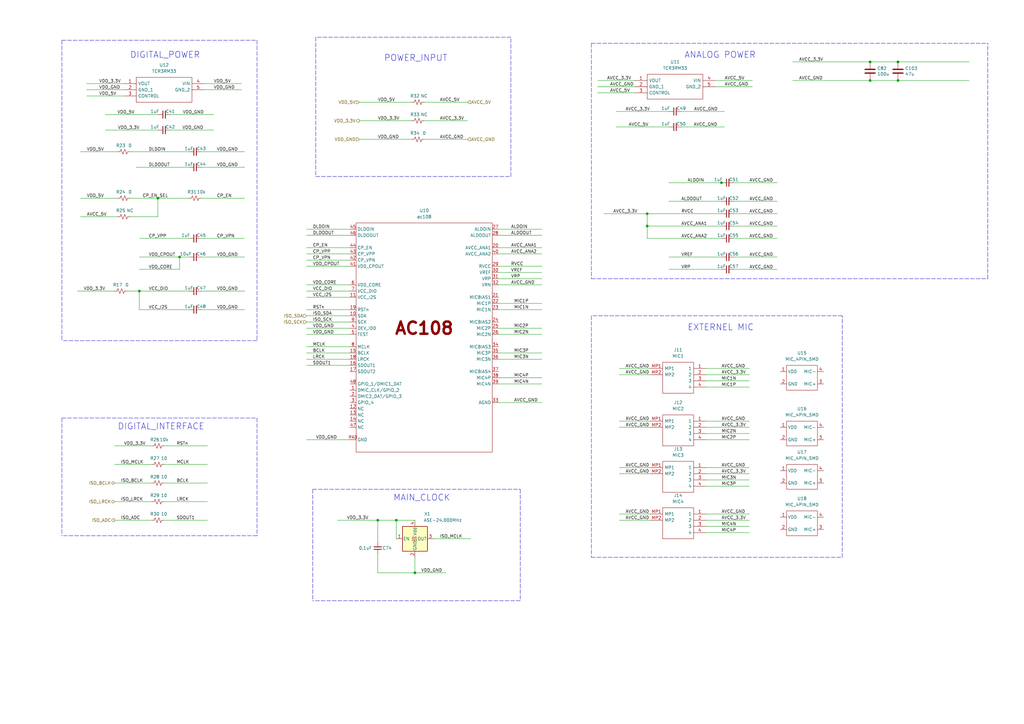
<source format=kicad_sch>
(kicad_sch (version 20211123) (generator eeschema)
  (paper "A3")
  (lib_symbols
    (symbol "CM4IO:GROVE_4PIN" (pin_names (offset 0.762))
      (property "Reference" "J" (at 5.08 5.08 0))
      (property "Value" "GROVE_4PIN" (at 7.62 5.08 0))
      (symbol "GROVE_4PIN_0_0"
        (pin passive line (at 22.86 0 180) (length 5.08) (name "1") (number "1"))
        (pin passive line (at 22.86 -2.54 180) (length 5.08) (name "2") (number "2"))
        (pin passive line (at 22.86 -5.08 180) (length 5.08) (name "3") (number "3"))
        (pin passive line (at 22.86 -7.62 180) (length 5.08) (name "4") (number "4"))
        (pin passive line (at 0 0 0) (length 5.08) (name "MP1") (number "MP1"))
        (pin passive line (at 0 -2.54 0) (length 5.08) (name "MP2") (number "MP2"))
      )
      (symbol "GROVE_4PIN_0_1"
        (polyline (pts (xy 5.08 2.54) (xy 17.78 2.54) (xy 17.78 -10.16) (xy 5.08 -10.16) (xy 5.08 2.54)) (stroke (width 0.1524)))
      )
    )
    (symbol "CM4IO:MIC_4PIN_SMD"
      (property "Reference" "U" (at 0 2.54 0))
      (property "Value" "MIC_4PIN_SMD" (at 5.08 5.08 0))
      (symbol "MIC_4PIN_SMD_0_1"
        (rectangle (start 0 0) (end 12.7 -10.16))
      )
      (symbol "MIC_4PIN_SMD_1_1"
        (pin input line (at -2.54 -2.54 0) (length 2.54) (name "VDD") (number "1"))
        (pin input line (at -2.54 -7.62 0) (length 2.54) (name "GND") (number "2"))
        (pin input line (at 15.24 -7.62 180) (length 2.54) (name "MIC+") (number "3"))
        (pin input line (at 15.24 -2.54 180) (length 2.54) (name "MIC-") (number "4"))
      )
    )
    (symbol "CM4IO:TCR3RM33" (pin_names (offset 0.762))
      (property "Reference" "U" (at 25.4 5.08 0))
      (property "Value" "TCR3RM33" (at 5.08 5.08 0))
      (symbol "TCR3RM33_0_0"
        (pin passive line (at 0 0 0) (length 5.08) (name "VOUT") (number "1"))
        (pin passive line (at 0 -2.54 0) (length 5.08) (name "GND_1") (number "2"))
        (pin passive line (at 0 -5.08 0) (length 5.08) (name "CONTROL") (number "3"))
        (pin passive line (at 33.02 0 180) (length 5.08) (name "VIN") (number "4"))
        (pin passive line (at 33.02 -2.54 180) (length 5.08) (name "GND_2") (number "5"))
      )
      (symbol "TCR3RM33_0_1"
        (polyline (pts (xy 5.08 2.54) (xy 27.94 2.54) (xy 27.94 -7.62) (xy 5.08 -7.62) (xy 5.08 2.54)) (stroke (width 0.1524)))
      )
    )
    (symbol "CM4IO:ac108"
      (property "Reference" "U" (at 12.7 0 0))
      (property "Value" "ac108" (at 20.32 0 0))
      (symbol "ac108_0_0"
        (text "AC108" (at 40.64 -45.72 0) (effects (font (size 5 5) bold)))
      )
      (symbol "ac108_0_1"
        (rectangle (start 12.7 -2.54) (end 68.58 -96.52))
      )
      (symbol "ac108_1_1"
        (pin input line (at 10.16 -71.12 0) (length 2.54) (name "DMIC_CLK/GPIO_2") (number "1"))
        (pin input line (at 10.16 -40.64 0) (length 2.54) (name "SDA") (number "10"))
        (pin input line (at 10.16 -33.02 0) (length 2.54) (name "VCC_I2S") (number "11"))
        (pin input line (at 10.16 -78.74 0) (length 2.54) (name "NC") (number "12"))
        (pin input line (at 10.16 -81.28 0) (length 2.54) (name "NC") (number "13"))
        (pin input line (at 10.16 -83.82 0) (length 2.54) (name "NC") (number "14"))
        (pin input line (at 10.16 -55.88 0) (length 2.54) (name "BCLK") (number "15"))
        (pin input line (at 10.16 -60.96 0) (length 2.54) (name "SDOUT1") (number "16"))
        (pin input line (at 10.16 -63.5 0) (length 2.54) (name "SDOUT2") (number "17"))
        (pin input line (at 10.16 -58.42 0) (length 2.54) (name "LRCK") (number "18"))
        (pin input line (at 10.16 -38.1 0) (length 2.54) (name "RSTn") (number "19"))
        (pin input line (at 10.16 -73.66 0) (length 2.54) (name "DMIC2_DAT/GPIO_3") (number "2"))
        (pin input line (at 71.12 -12.7 180) (length 2.54) (name "AVCC_ANA1") (number "20"))
        (pin input line (at 71.12 -33.02 180) (length 2.54) (name "MICBIAS1") (number "21"))
        (pin input line (at 71.12 -35.56 180) (length 2.54) (name "MIC1P") (number "22"))
        (pin input line (at 71.12 -38.1 180) (length 2.54) (name "MIC1N") (number "23"))
        (pin input line (at 71.12 -43.18 180) (length 2.54) (name "MICBIAS2") (number "24"))
        (pin input line (at 71.12 -45.72 180) (length 2.54) (name "MIC2P") (number "25"))
        (pin input line (at 71.12 -48.26 180) (length 2.54) (name "MIC2N") (number "26"))
        (pin input line (at 71.12 -5.08 180) (length 2.54) (name "ALDOIN") (number "27"))
        (pin input line (at 71.12 -7.62 180) (length 2.54) (name "ALDOOUT") (number "28"))
        (pin input line (at 71.12 -20.32 180) (length 2.54) (name "RVCC") (number "29"))
        (pin input line (at 10.16 -76.2 0) (length 2.54) (name "GPIO_4") (number "3"))
        (pin input line (at 71.12 -22.86 180) (length 2.54) (name "VREF") (number "30"))
        (pin input line (at 71.12 -25.4 180) (length 2.54) (name "VRP") (number "31"))
        (pin input line (at 71.12 -27.94 180) (length 2.54) (name "VRN") (number "32"))
        (pin input line (at 71.12 -76.2 180) (length 2.54) (name "AGND") (number "33"))
        (pin input line (at 71.12 -53.34 180) (length 2.54) (name "MICBIAS3") (number "34"))
        (pin input line (at 71.12 -55.88 180) (length 2.54) (name "MIC3P") (number "35"))
        (pin input line (at 71.12 -58.42 180) (length 2.54) (name "MIC3N") (number "36"))
        (pin input line (at 71.12 -63.5 180) (length 2.54) (name "MICBIAS4") (number "37"))
        (pin input line (at 71.12 -66.04 180) (length 2.54) (name "MIC4P") (number "38"))
        (pin input line (at 71.12 -68.58 180) (length 2.54) (name "MIC4N") (number "39"))
        (pin input line (at 10.16 -45.72 0) (length 2.54) (name "DEV_ID0") (number "4"))
        (pin input line (at 71.12 -15.24 180) (length 2.54) (name "AVCC_ANA2") (number "40"))
        (pin input line (at 10.16 -20.32 0) (length 2.54) (name "VDD_CPOUT") (number "41"))
        (pin input line (at 10.16 -17.78 0) (length 2.54) (name "CP_VPN") (number "42"))
        (pin input line (at 10.16 -15.24 0) (length 2.54) (name "CP_VPP") (number "43"))
        (pin input line (at 10.16 -12.7 0) (length 2.54) (name "CP_EN") (number "44"))
        (pin input line (at 10.16 -5.08 0) (length 2.54) (name "DLDOIN") (number "45"))
        (pin input line (at 10.16 -7.62 0) (length 2.54) (name "DLDOOUT") (number "46"))
        (pin input line (at 10.16 -86.36 0) (length 2.54) (name "NC") (number "47"))
        (pin input line (at 10.16 -68.58 0) (length 2.54) (name "GPIO_1/DMIC1_DAT") (number "48"))
        (pin input line (at 10.16 -48.26 0) (length 2.54) (name "TEST") (number "5"))
        (pin input line (at 10.16 -27.94 0) (length 2.54) (name "VDD_CORE") (number "6"))
        (pin input line (at 10.16 -30.48 0) (length 2.54) (name "VCC_DIO") (number "7"))
        (pin input line (at 10.16 -53.34 0) (length 2.54) (name "MCLK") (number "8"))
        (pin input line (at 10.16 -43.18 0) (length 2.54) (name "SCK") (number "9"))
        (pin input line (at 10.16 -91.44 0) (length 2.54) (name "GND") (number "PAD"))
      )
    )
    (symbol "Device:C" (pin_numbers hide) (pin_names (offset 0.254))
      (property "Reference" "C" (at 0.635 2.54 0))
      (property "Value" "C" (at 0.635 -2.54 0))
      (symbol "C_0_1"
        (polyline (pts (xy -2.032 -0.762) (xy 2.032 -0.762)) (stroke (width 0.508)))
        (polyline (pts (xy -2.032 0.762) (xy 2.032 0.762)) (stroke (width 0.508)))
      )
      (symbol "C_1_1"
        (pin passive line (at 0 3.81 270) (length 2.794) (name "~") (number "1"))
        (pin passive line (at 0 -3.81 90) (length 2.794) (name "~") (number "2"))
      )
    )
    (symbol "Device:C_Small" (pin_numbers hide) (pin_names (offset 0.254) hide)
      (property "Reference" "C" (at 0.254 1.778 0))
      (property "Value" "C_Small" (at 0.254 -2.032 0))
      (symbol "C_Small_0_1"
        (polyline (pts (xy -1.524 -0.508) (xy 1.524 -0.508)) (stroke (width 0.3302)))
        (polyline (pts (xy -1.524 0.508) (xy 1.524 0.508)) (stroke (width 0.3048)))
      )
      (symbol "C_Small_1_1"
        (pin passive line (at 0 2.54 270) (length 2.032) (name "~") (number "1"))
        (pin passive line (at 0 -2.54 90) (length 2.032) (name "~") (number "2"))
      )
    )
    (symbol "Device:R_Small_US" (pin_numbers hide) (pin_names (offset 0.254) hide)
      (property "Reference" "R" (at 0.762 0.508 0))
      (property "Value" "R_Small_US" (at 0.762 -1.016 0))
      (symbol "R_Small_US_1_1"
        (polyline (pts (xy 0 0) (xy 1.016 -0.381) (xy 0 -0.762) (xy -1.016 -1.143) (xy 0 -1.524)))
        (polyline (pts (xy 0 1.524) (xy 1.016 1.143) (xy 0 0.762) (xy -1.016 0.381) (xy 0 0)))
        (pin passive line (at 0 2.54 270) (length 1.016) (name "~") (number "1"))
        (pin passive line (at 0 -2.54 90) (length 1.016) (name "~") (number "2"))
      )
    )
    (symbol "Oscillator:ASE-xxxMHz" (pin_names (offset 0.254))
      (property "Reference" "X" (at -5.08 6.35 0))
      (property "Value" "ASE-xxxMHz" (at 1.27 -6.35 0))
      (symbol "ASE-xxxMHz_0_1"
        (rectangle (start -5.08 5.08) (end 5.08 -5.08) (stroke (width 0.254)) (fill (type background)))
        (polyline (pts (xy -1.27 -0.762) (xy -1.016 -0.762) (xy -1.016 0.762) (xy -0.508 0.762) (xy -0.508 -0.762) (xy 0 -0.762) (xy 0 0.762) (xy 0.508 0.762) (xy 0.508 -0.762) (xy 0.762 -0.762)))
      )
      (symbol "ASE-xxxMHz_1_1"
        (pin input line (at -7.62 0 0) (length 2.54) (name "EN") (number "1"))
        (pin power_in line (at 0 -7.62 90) (length 2.54) (name "GND") (number "2"))
        (pin output line (at 7.62 0 180) (length 2.54) (name "OUT") (number "3"))
        (pin power_in line (at 0 7.62 270) (length 2.54) (name "Vdd") (number "4"))
      )
    )
  )
  (junction (at 64.77 81.28))
  (junction (at 265.43 87.63))
  (junction (at 368.3 33.02))
  (junction (at 295.91 74.93))
  (junction (at 73.66 105.41))
  (junction (at 154.94 213.36))
  (junction (at 265.43 92.71))
  (junction (at 356.87 33.02))
  (junction (at 356.87 25.4))
  (junction (at 368.3 25.4))
  (junction (at 170.18 234.95))
  (junction (at 162.56 213.36))
  (junction (at 57.15 119.38))
  (wire (pts (xy 204.47 144.78) (xy 222.25 144.78)))
  (wire (pts (xy 83.82 34.29) (xy 99.06 34.29)))
  (wire (pts (xy 154.94 213.36) (xy 162.56 213.36)))
  (wire (pts (xy 204.47 104.14) (xy 222.25 104.14)))
  (wire (pts (xy 52.07 119.38) (xy 57.15 119.38)))
  (wire (pts (xy 46.99 205.74) (xy 62.23 205.74)))
  (wire (pts (xy 289.56 156.21) (xy 307.34 156.21)))
  (wire (pts (xy 289.56 194.31) (xy 307.34 194.31)))
  (wire (pts (xy 289.56 215.9) (xy 307.34 215.9)))
  (wire (pts (xy 125.73 149.86) (xy 143.51 149.86)))
  (wire (pts (xy 43.18 46.99) (xy 64.77 46.99)))
  (wire (pts (xy 82.55 81.28) (xy 100.33 81.28)))
  (wire (pts (xy 293.37 35.56) (xy 308.61 35.56)))
  (wire (pts (xy 204.47 165.1) (xy 222.25 165.1)))
  (wire (pts (xy 274.32 74.93) (xy 295.91 74.93)))
  (wire (pts (xy 289.56 177.8) (xy 307.34 177.8)))
  (wire (pts (xy 247.65 87.63) (xy 265.43 87.63)))
  (wire (pts (xy 125.73 134.62) (xy 143.51 134.62)))
  (wire (pts (xy 73.66 105.41) (xy 73.66 110.49)))
  (wire (pts (xy 170.18 234.95) (xy 154.94 234.95)))
  (wire (pts (xy 125.73 104.14) (xy 143.51 104.14)))
  (wire (pts (xy 162.56 220.98) (xy 162.56 213.36)))
  (polyline (pts (xy 242.57 129.54) (xy 242.57 140.97)))
  (wire (pts (xy 67.31 213.36) (xy 85.09 213.36)))
  (wire (pts (xy 289.56 199.39) (xy 307.34 199.39)))
  (wire (pts (xy 300.99 97.79) (xy 318.77 97.79)))
  (wire (pts (xy 67.31 182.88) (xy 85.09 182.88)))
  (wire (pts (xy 204.47 157.48) (xy 222.25 157.48)))
  (wire (pts (xy 204.47 147.32) (xy 222.25 147.32)))
  (wire (pts (xy 254 151.13) (xy 266.7 151.13)))
  (polyline (pts (xy 242.57 228.6) (xy 345.44 228.6)))
  (wire (pts (xy 69.85 53.34) (xy 87.63 53.34)))
  (wire (pts (xy 300.99 74.93) (xy 318.77 74.93)))
  (wire (pts (xy 154.94 234.95) (xy 154.94 227.33)))
  (polyline (pts (xy 105.41 139.7) (xy 25.4 139.7)))
  (wire (pts (xy 33.02 62.23) (xy 48.26 62.23)))
  (wire (pts (xy 67.31 190.5) (xy 85.09 190.5)))
  (polyline (pts (xy 128.27 200.66) (xy 213.36 200.66)))
  (wire (pts (xy 82.55 97.79) (xy 100.33 97.79)))
  (wire (pts (xy 125.73 96.52) (xy 143.51 96.52)))
  (wire (pts (xy 173.99 49.53) (xy 191.77 49.53)))
  (wire (pts (xy 125.73 119.38) (xy 143.51 119.38)))
  (polyline (pts (xy 242.57 17.78) (xy 242.57 114.3)))
  (wire (pts (xy 204.47 137.16) (xy 222.25 137.16)))
  (wire (pts (xy 83.82 36.83) (xy 99.06 36.83)))
  (wire (pts (xy 35.56 39.37) (xy 50.8 39.37)))
  (wire (pts (xy 125.73 121.92) (xy 143.51 121.92)))
  (wire (pts (xy 265.43 87.63) (xy 295.91 87.63)))
  (polyline (pts (xy 128.27 200.66) (xy 128.27 246.38)))
  (polyline (pts (xy 25.4 16.51) (xy 25.4 139.7)))
  (wire (pts (xy 125.73 137.16) (xy 143.51 137.16)))
  (wire (pts (xy 204.47 134.62) (xy 222.25 134.62)))
  (wire (pts (xy 289.56 172.72) (xy 307.34 172.72)))
  (wire (pts (xy 125.73 101.6) (xy 143.51 101.6)))
  (wire (pts (xy 46.99 190.5) (xy 62.23 190.5)))
  (polyline (pts (xy 345.44 129.54) (xy 242.57 129.54)))
  (wire (pts (xy 82.55 119.38) (xy 100.33 119.38)))
  (wire (pts (xy 356.87 25.4) (xy 368.3 25.4)))
  (wire (pts (xy 204.47 116.84) (xy 222.25 116.84)))
  (polyline (pts (xy 242.57 140.97) (xy 242.57 228.6)))
  (polyline (pts (xy 242.57 114.3) (xy 405.13 114.3)))
  (wire (pts (xy 325.12 33.02) (xy 356.87 33.02)))
  (wire (pts (xy 254 194.31) (xy 266.7 194.31)))
  (wire (pts (xy 300.99 105.41) (xy 318.77 105.41)))
  (wire (pts (xy 154.94 222.25) (xy 154.94 213.36)))
  (wire (pts (xy 55.88 68.58) (xy 77.47 68.58)))
  (wire (pts (xy 289.56 158.75) (xy 307.34 158.75)))
  (wire (pts (xy 274.32 110.49) (xy 295.91 110.49)))
  (wire (pts (xy 254 153.67) (xy 266.7 153.67)))
  (wire (pts (xy 300.99 92.71) (xy 318.77 92.71)))
  (polyline (pts (xy 213.36 200.66) (xy 213.36 246.38)))
  (wire (pts (xy 368.3 25.4) (xy 397.51 25.4)))
  (wire (pts (xy 57.15 127) (xy 77.47 127)))
  (wire (pts (xy 300.99 110.49) (xy 318.77 110.49)))
  (wire (pts (xy 252.73 45.72) (xy 274.32 45.72)))
  (wire (pts (xy 82.55 62.23) (xy 100.33 62.23)))
  (wire (pts (xy 293.37 33.02) (xy 308.61 33.02)))
  (wire (pts (xy 173.99 41.91) (xy 191.77 41.91)))
  (wire (pts (xy 368.3 33.02) (xy 397.51 33.02)))
  (wire (pts (xy 204.47 127) (xy 222.25 127)))
  (wire (pts (xy 57.15 119.38) (xy 77.47 119.38)))
  (wire (pts (xy 295.91 74.93) (xy 298.45 74.93)))
  (wire (pts (xy 35.56 36.83) (xy 50.8 36.83)))
  (wire (pts (xy 204.47 101.6) (xy 222.25 101.6)))
  (wire (pts (xy 125.73 142.24) (xy 143.51 142.24)))
  (wire (pts (xy 33.02 88.9) (xy 48.26 88.9)))
  (wire (pts (xy 177.8 220.98) (xy 193.04 220.98)))
  (wire (pts (xy 64.77 81.28) (xy 77.47 81.28)))
  (wire (pts (xy 67.31 205.74) (xy 85.09 205.74)))
  (wire (pts (xy 289.56 210.82) (xy 307.34 210.82)))
  (wire (pts (xy 289.56 151.13) (xy 307.34 151.13)))
  (wire (pts (xy 289.56 218.44) (xy 307.34 218.44)))
  (wire (pts (xy 245.11 33.02) (xy 260.35 33.02)))
  (wire (pts (xy 300.99 82.55) (xy 318.77 82.55)))
  (wire (pts (xy 147.32 57.15) (xy 168.91 57.15)))
  (wire (pts (xy 204.47 114.3) (xy 222.25 114.3)))
  (wire (pts (xy 254 175.26) (xy 266.7 175.26)))
  (wire (pts (xy 274.32 105.41) (xy 295.91 105.41)))
  (wire (pts (xy 204.47 109.22) (xy 222.25 109.22)))
  (wire (pts (xy 170.18 234.95) (xy 182.88 234.95)))
  (wire (pts (xy 82.55 68.58) (xy 100.33 68.58)))
  (polyline (pts (xy 213.36 246.38) (xy 128.27 246.38)))
  (wire (pts (xy 53.34 62.23) (xy 77.47 62.23)))
  (wire (pts (xy 265.43 92.71) (xy 295.91 92.71)))
  (wire (pts (xy 204.47 154.94) (xy 222.25 154.94)))
  (wire (pts (xy 125.73 106.68) (xy 143.51 106.68)))
  (wire (pts (xy 73.66 105.41) (xy 77.47 105.41)))
  (polyline (pts (xy 209.55 72.39) (xy 209.55 15.24)))
  (wire (pts (xy 43.18 53.34) (xy 64.77 53.34)))
  (wire (pts (xy 125.73 180.34) (xy 143.51 180.34)))
  (wire (pts (xy 170.18 228.6) (xy 170.18 234.95)))
  (polyline (pts (xy 345.44 228.6) (xy 345.44 129.54)))
  (wire (pts (xy 265.43 92.71) (xy 265.43 97.79)))
  (wire (pts (xy 46.99 198.12) (xy 62.23 198.12)))
  (wire (pts (xy 69.85 46.99) (xy 87.63 46.99)))
  (wire (pts (xy 245.11 38.1) (xy 260.35 38.1)))
  (wire (pts (xy 289.56 180.34) (xy 307.34 180.34)))
  (wire (pts (xy 31.75 119.38) (xy 46.99 119.38)))
  (wire (pts (xy 125.73 144.78) (xy 143.51 144.78)))
  (wire (pts (xy 35.56 34.29) (xy 50.8 34.29)))
  (wire (pts (xy 57.15 110.49) (xy 73.66 110.49)))
  (polyline (pts (xy 105.41 171.45) (xy 105.41 219.71)))
  (wire (pts (xy 265.43 97.79) (xy 295.91 97.79)))
  (wire (pts (xy 289.56 191.77) (xy 307.34 191.77)))
  (wire (pts (xy 204.47 96.52) (xy 222.25 96.52)))
  (wire (pts (xy 67.31 198.12) (xy 85.09 198.12)))
  (polyline (pts (xy 105.41 16.51) (xy 105.41 139.7)))
  (wire (pts (xy 147.32 49.53) (xy 168.91 49.53)))
  (wire (pts (xy 162.56 213.36) (xy 170.18 213.36)))
  (wire (pts (xy 204.47 111.76) (xy 222.25 111.76)))
  (wire (pts (xy 254 210.82) (xy 266.7 210.82)))
  (wire (pts (xy 252.73 52.07) (xy 274.32 52.07)))
  (wire (pts (xy 173.99 57.15) (xy 191.77 57.15)))
  (wire (pts (xy 125.73 109.22) (xy 143.51 109.22)))
  (wire (pts (xy 147.32 41.91) (xy 168.91 41.91)))
  (wire (pts (xy 82.55 127) (xy 100.33 127)))
  (wire (pts (xy 138.43 213.36) (xy 154.94 213.36)))
  (wire (pts (xy 254 172.72) (xy 266.7 172.72)))
  (wire (pts (xy 57.15 105.41) (xy 73.66 105.41)))
  (wire (pts (xy 289.56 196.85) (xy 307.34 196.85)))
  (wire (pts (xy 64.77 81.28) (xy 64.77 88.9)))
  (polyline (pts (xy 25.4 16.51) (xy 105.41 16.51)))
  (wire (pts (xy 82.55 105.41) (xy 100.33 105.41)))
  (wire (pts (xy 325.12 25.4) (xy 356.87 25.4)))
  (wire (pts (xy 46.99 182.88) (xy 62.23 182.88)))
  (wire (pts (xy 356.87 33.02) (xy 368.3 33.02)))
  (wire (pts (xy 57.15 119.38) (xy 57.15 127)))
  (wire (pts (xy 125.73 116.84) (xy 143.51 116.84)))
  (wire (pts (xy 300.99 87.63) (xy 318.77 87.63)))
  (wire (pts (xy 265.43 87.63) (xy 265.43 92.71)))
  (wire (pts (xy 125.73 127) (xy 143.51 127)))
  (polyline (pts (xy 209.55 15.24) (xy 129.54 15.24)))
  (wire (pts (xy 254 191.77) (xy 266.7 191.77)))
  (polyline (pts (xy 129.54 72.39) (xy 209.55 72.39)))
  (wire (pts (xy 204.47 124.46) (xy 222.25 124.46)))
  (polyline (pts (xy 242.57 17.78) (xy 405.13 17.78)))
  (polyline (pts (xy 25.4 171.45) (xy 105.41 171.45)))
  (wire (pts (xy 53.34 81.28) (xy 64.77 81.28)))
  (wire (pts (xy 53.34 88.9) (xy 64.77 88.9)))
  (wire (pts (xy 57.15 97.79) (xy 77.47 97.79)))
  (wire (pts (xy 245.11 35.56) (xy 260.35 35.56)))
  (wire (pts (xy 125.73 132.08) (xy 143.51 132.08)))
  (wire (pts (xy 279.4 45.72) (xy 297.18 45.72)))
  (polyline (pts (xy 405.13 114.3) (xy 405.13 17.78)))
  (wire (pts (xy 125.73 129.54) (xy 143.51 129.54)))
  (wire (pts (xy 279.4 52.07) (xy 297.18 52.07)))
  (wire (pts (xy 46.99 213.36) (xy 62.23 213.36)))
  (wire (pts (xy 33.02 81.28) (xy 48.26 81.28)))
  (wire (pts (xy 274.32 82.55) (xy 295.91 82.55)))
  (polyline (pts (xy 25.4 171.45) (xy 25.4 219.71)))
  (polyline (pts (xy 105.41 219.71) (xy 25.4 219.71)))
  (wire (pts (xy 289.56 175.26) (xy 307.34 175.26)))
  (wire (pts (xy 125.73 147.32) (xy 143.51 147.32)))
  (wire (pts (xy 289.56 213.36) (xy 307.34 213.36)))
  (wire (pts (xy 254 213.36) (xy 266.7 213.36)))
  (wire (pts (xy 204.47 93.98) (xy 222.25 93.98)))
  (wire (pts (xy 125.73 93.98) (xy 143.51 93.98)))
  (wire (pts (xy 289.56 153.67) (xy 307.34 153.67)))
  (polyline (pts (xy 129.54 15.24) (xy 129.54 72.39)))
  (text "DIGITAL_INTERFACE" (at 48.26 176.53 0) (effects (font (size 2.54 2.54)) (justify left bottom)))
  (text "EXTERNEL MIC" (at 281.94 135.89 0) (effects (font (size 2.54 2.54)) (justify left bottom)))
  (text "MAIN_CLOCK" (at 161.29 205.74 0) (effects (font (size 2.54 2.54)) (justify left bottom)))
  (text "ANALOG POWER" (at 280.67 24.13 0) (effects (font (size 2.54 2.54)) (justify left bottom)))
  (text "DIGITAL_POWER" (at 53.34 24.13 0) (effects (font (size 2.54 2.54)) (justify left bottom)))
  (text "POWER_INPUT" (at 157.48 25.4 0) (effects (font (size 2.54 2.54)) (justify left bottom)))
  (label "AVCC_3.3V" (at 295.91 213.36 0))
  (label "VDD_GND" (at 88.9 105.41 0))
  (label "AVCC_ANA1" (at 279.4 92.71 0))
  (label "AVCC_GND" (at 327.66 33.02 0))
  (label "VRP" (at 209.55 114.3 0))
  (label "MIC2N" (at 210.82 137.16 0))
  (label "MIC1P" (at 210.82 124.46 0))
  (label "LRCK" (at 128.27 147.32 0))
  (label "AVCC_GND" (at 307.34 105.41 0))
  (label "VCC_I2S" (at 128.27 121.92 0))
  (label "AVCC_3.3V" (at 295.91 175.26 0))
  (label "VDD_CORE" (at 128.27 116.84 0))
  (label "AVCC_3.3V" (at 295.91 194.31 0))
  (label "AVCC_GND" (at 256.54 153.67 0))
  (label "AVCC_GND" (at 256.54 175.26 0))
  (label "MIC2P" (at 210.82 134.62 0))
  (label "DLDOOUT" (at 60.96 68.58 0))
  (label "MCLK" (at 128.27 142.24 0))
  (label "RSTn" (at 72.39 182.88 0))
  (label "VCC_I2S" (at 60.96 127 0))
  (label "ISO_BCLK" (at 49.53 198.12 0))
  (label "VDD_CPOUT" (at 128.27 109.22 0))
  (label "ALDOOUT" (at 209.55 96.52 0))
  (label "AVCC_3.3V" (at 295.91 153.67 0))
  (label "AVCC_5V" (at 35.56 88.9 0))
  (label "AVCC_5V" (at 297.18 33.02 0))
  (label "VDD_GND" (at 88.9 62.23 0))
  (label "AVCC_GND" (at 284.48 52.07 0))
  (label "MCLK" (at 72.39 190.5 0))
  (label "MIC2N" (at 295.91 177.8 0))
  (label "AVCC_GND" (at 256.54 172.72 0))
  (label "VDD_3.3V" (at 154.94 49.53 0))
  (label "CP_EN" (at 88.9 81.28 0))
  (label "VDD_3.3V" (at 48.3067 53.34 0))
  (label "AVCC_GND" (at 297.18 35.56 0))
  (label "VDD_3.3V" (at 40.64 34.29 0))
  (label "CP_EN_SEL" (at 58.42 81.28 0))
  (label "AVCC_GND" (at 295.91 172.72 0))
  (label "CP_VPN" (at 88.9 97.79 0))
  (label "CP_VPP" (at 128.27 104.14 0))
  (label "VDD_3.3V" (at 142.24 213.36 0))
  (label "SDOUT1" (at 72.39 213.36 0))
  (label "VDD_GND" (at 172.72 234.95 0))
  (label "AVCC_ANA1" (at 209.55 101.6 0))
  (label "VDD_5V" (at 35.56 81.28 0))
  (label "CP_VPP" (at 60.96 97.79 0))
  (label "AVCC_GND" (at 307.2917 87.63 0))
  (label "VDD_GND" (at 87.63 36.83 0))
  (label "RVCC" (at 209.55 109.22 0))
  (label "ISO_MCLK" (at 49.53 190.5 0))
  (label "VDD_GND" (at 128.27 137.16 0))
  (label "VDD_GND" (at 74.93 46.99 0))
  (label "DLDOOUT" (at 128.27 96.52 0))
  (label "VDD_GND" (at 128.27 134.62 0))
  (label "VDD_GND" (at 88.9 127 0))
  (label "MIC4N" (at 210.82 157.48 0))
  (label "AVCC_3.3V" (at 180.34 49.53 0))
  (label "VRP" (at 279.4 110.49 0))
  (label "VDD_GND" (at 129.54 180.34 0))
  (label "VDD_GND" (at 88.9 119.38 0))
  (label "AVCC_GND" (at 295.91 151.13 0))
  (label "DLDOIN" (at 60.96 62.23 0))
  (label "MIC3P" (at 295.91 199.39 0))
  (label "CP_EN" (at 128.27 101.6 0))
  (label "CP_VPN" (at 128.27 106.68 0))
  (label "ISO_MCLK" (at 180.34 220.98 0))
  (label "ISO_LRCK" (at 49.53 205.74 0))
  (label "AVCC_5V" (at 250.19 38.1 0))
  (label "ISO_SDA" (at 128.27 129.54 0))
  (label "AVCC_GND" (at 307.2917 97.79 0))
  (label "MIC3N" (at 295.91 196.85 0))
  (label "AVCC_GND" (at 307.34 82.55 0))
  (label "MIC4N" (at 295.91 215.9 0))
  (label "AVCC_GND" (at 256.54 194.31 0))
  (label "MIC1N" (at 295.91 156.21 0))
  (label "AVCC_5V" (at 180.34 41.91 0))
  (label "VCC_DIO" (at 128.27 119.38 0))
  (label "VDD_3.3V" (at 34.29 119.38 0))
  (label "VCC_DIO" (at 60.96 119.38 0))
  (label "SDOUT1" (at 128.27 149.86 0))
  (label "VDD_5V" (at 35.56 62.23 0))
  (label "VREF" (at 279.4 105.41 0))
  (label "ISO_SCK" (at 128.27 132.08 0))
  (label "AVCC_GND" (at 209.55 116.84 0))
  (label "MIC3N" (at 210.82 147.32 0))
  (label "MIC1N" (at 210.82 127 0))
  (label "AVCC_GND" (at 210.82 165.1 0))
  (label "VDD_3.3V" (at 50.8 182.88 0))
  (label "BCLK" (at 128.27 144.78 0))
  (label "VDD_GND" (at 154.94 57.15 0))
  (label "VDD_5V" (at 87.63 34.29 0))
  (label "AVCC_ANA2" (at 209.55 104.14 0))
  (label "AVCC_GND" (at 256.54 210.82 0))
  (label "VDD_5V" (at 40.64 39.37 0))
  (label "AVCC_GND" (at 307.34 110.49 0))
  (label "ISO_ADC" (at 49.53 213.36 0))
  (label "AVCC_3.3V" (at 256.54 45.72 0))
  (label "AVCC_GND" (at 307.2917 92.71 0))
  (label "RVCC" (at 279.4 87.63 0))
  (label "VDD_CORE" (at 60.96 110.49 0))
  (label "RSTn" (at 128.27 127 0))
  (label "LRCK" (at 72.39 205.74 0))
  (label "ALDOOUT" (at 279.4 82.55 0))
  (label "DLDOIN" (at 128.27 93.98 0))
  (label "AVCC_GND" (at 180.34 57.15 0))
  (label "ALDOIN" (at 281.94 74.93 0))
  (label "MIC3P" (at 210.82 144.78 0))
  (label "AVCC_3.3V" (at 251.46 87.63 0))
  (label "VDD_5V" (at 154.94 41.91 0))
  (label "VDD_GND" (at 88.9 68.58 0))
  (label "AVCC_3.3V" (at 248.92 33.02 0))
  (label "AVCC_GND" (at 250.143 35.56 0))
  (label "AVCC_GND" (at 256.54 191.77 0))
  (label "AVCC_5V" (at 257.81 52.07 0))
  (label "BCLK" (at 72.39 198.12 0))
  (label "MIC2P" (at 295.91 180.34 0))
  (label "MIC4P" (at 210.82 154.94 0))
  (label "VDD_GND" (at 74.7663 53.34 0))
  (label "AVCC_GND" (at 307.34 74.93 0))
  (label "AVCC_GND" (at 295.91 210.82 0))
  (label "AVCC_3.3V" (at 327.66 25.4 0))
  (label "MIC1P" (at 295.91 158.75 0))
  (label "ALDOIN" (at 209.55 93.98 0))
  (label "AVCC_GND" (at 284.6041 45.72 0))
  (label "AVCC_GND" (at 295.91 191.77 0))
  (label "VDD_5V" (at 48.1093 46.99 0))
  (label "AVCC_ANA2" (at 279.4 97.79 0))
  (label "AVCC_GND" (at 256.54 213.36 0))
  (label "MIC4P" (at 295.91 218.44 0))
  (label "AVCC_GND" (at 256.54 151.13 0))
  (label "VREF" (at 209.55 111.76 0))
  (label "VDD_GND" (at 40.64 36.83 0))
  (label "VDD_CPOUT" (at 60.96 105.41 0))
  (hierarchical_label "VDD_3.3V" (shape output) (at 147.32 49.53 180))
  (hierarchical_label "AVCC_GND" (shape input) (at 191.77 57.15 0))
  (hierarchical_label "ISO_SDA" (shape input) (at 125.73 129.54 180))
  (hierarchical_label "ISO_ADC" (shape output) (at 46.99 213.36 180))
  (hierarchical_label "ISO_BCLK" (shape bidirectional) (at 46.99 198.12 180))
  (hierarchical_label "VDD_GND" (shape input) (at 147.32 57.15 180))
  (hierarchical_label "AVCC_5V" (shape input) (at 191.77 41.91 0))
  (hierarchical_label "ISO_SCK" (shape input) (at 125.73 132.08 180))
  (hierarchical_label "ISO_LRCK" (shape bidirectional) (at 46.99 205.74 180))
  (hierarchical_label "VDD_5V" (shape input) (at 147.32 41.91 180))
  (symbol (lib_id "Device:R_Small_US") (at 64.77 190.5 90) (unit 1)
    (property "Reference" "R27" (at 63.5 187.96 90))
    (property "Value" "10" (at 67.31 187.96 90))
    (property "Footprint" "Resistor_SMD:R_0402_1005Metric" (effects hide))
  )
  (symbol (lib_id "Device:C_Small") (at 80.01 97.79 90) (unit 1)
    (property "Reference" "C45" (at 82.55 96.52 90))
    (property "Value" "1uF" (at 76.2 96.52 90))
    (property "Footprint" "Capacitor_SMD:C_0402_1005Metric" (effects hide))
  )
  (symbol (lib_id "Device:R_Small_US") (at 49.53 119.38 90) (unit 1)
    (property "Reference" "R17" (at 48.26 116.84 90))
    (property "Value" "0" (at 52.07 116.84 90))
    (property "Footprint" "Resistor_SMD:R_0402_1005Metric" (effects hide))
  )
  (symbol (lib_id "Device:C_Small") (at 276.86 45.72 90) (unit 1)
    (property "Reference" "C49" (at 279.4 44.45 90))
    (property "Value" "1uF" (at 273.05 44.45 90))
    (property "Footprint" "Capacitor_SMD:C_0402_1005Metric" (effects hide))
  )
  (symbol (lib_id "Device:C_Small") (at 80.01 119.38 90) (unit 1)
    (property "Reference" "C47" (at 82.55 118.11 90))
    (property "Value" "1uF" (at 77.47 118.11 90))
    (property "Footprint" "Capacitor_SMD:C_0402_1005Metric" (effects hide))
  )
  (symbol (lib_id "CM4IO:TCR3RM33") (at 260.35 33.02 0) (unit 1)
    (property "Reference" "U11" (at 276.86 25.4 0))
    (property "Value" "TCR3RM33" (at 276.86 27.94 0))
    (property "Footprint" "CM4IO:TCR3RM33" (effects hide))
    (property "Datasheet" "https://toshiba.semicon-storage.com/info/docget.jsp?did=69842&prodName=TCR3RM12A" (effects hide))
    (property "Description" "LDO Voltage Regulators AUTO-DISCH LOW NOISE ULTRA HIG" (effects hide))
    (property "Height" "0.4" (effects hide))
    (property "Manufacturer_Name" "Toshiba" (effects hide))
    (property "Manufacturer_Part_Number" "TCR3RM12A,LF" (effects hide))
    (property "Mouser Part Number" "757-TCR3RM12ALF" (effects hide))
    (property "Mouser Price/Stock" "https://www.mouser.co.uk/ProductDetail/Toshiba/TCR3RM12ALF?qs=DPoM0jnrROUAEVfzku%252B6Rw%3D%3D" (effects hide))
    (property "Arrow Part Number" "TCR3RM12A,LF" (effects hide))
    (property "Arrow Price/Stock" "https://www.arrow.com/en/products/tcr3rm12alf/toshiba?region=nac" (effects hide))
  )
  (symbol (lib_id "Device:C_Small") (at 298.45 87.63 90) (unit 1)
    (property "Reference" "C53" (at 300.99 86.36 90))
    (property "Value" "1uF" (at 295.91 86.36 90))
    (property "Footprint" "Capacitor_SMD:C_0402_1005Metric" (effects hide))
  )
  (symbol (lib_id "Device:C_Small") (at 67.31 53.34 90) (unit 1)
    (property "Reference" "C42" (at 69.85 52.07 90))
    (property "Value" "1uF" (at 63.5 52.07 90))
    (property "Footprint" "Capacitor_SMD:C_0402_1005Metric" (effects hide))
  )
  (symbol (lib_id "CM4IO:MIC_4PIN_SMD") (at 322.58 190.5 0) (unit 1)
    (property "Reference" "U17" (at 328.93 185.42 0))
    (property "Value" "MIC_4PIN_SMD" (at 328.93 187.96 0))
    (property "Footprint" "CM4IO:MIC_4PIN_SMD" (effects hide))
  )
  (symbol (lib_id "Device:C_Small") (at 67.31 46.99 90) (unit 1)
    (property "Reference" "C41" (at 69.85 45.72 90))
    (property "Value" "1uF" (at 63.5 45.72 90))
    (property "Footprint" "Capacitor_SMD:C_0402_1005Metric" (effects hide))
  )
  (symbol (lib_id "CM4IO:GROVE_4PIN") (at 266.7 210.82 0) (unit 1)
    (property "Reference" "J14" (at 278.13 203.2 0))
    (property "Value" "MIC4" (at 278.13 205.74 0))
    (property "Footprint" "CM4IO:GROVE_4PIN" (effects hide))
    (property "Datasheet" "https://files.seeedstudio.com/products/114020164/res/Grove%20Female%20Header%20-%20SMD-4P-2.0mm-90D%20Datasheet.pdf" (effects hide))
    (property "Description" "Seeed Studio Accessories Grove Female Header - SMD-4P-2.0mm-90D-20Pcs" (effects hide))
    (property "Height" "5.45" (effects hide))
    (property "Manufacturer_Name" "Seeed Studio" (effects hide))
    (property "Manufacturer_Part_Number" "114020164" (effects hide))
    (property "Mouser Part Number" "713-114020164" (effects hide))
    (property "Mouser Price/Stock" "https://www.mouser.co.uk/ProductDetail/Seeed-Studio/114020164?qs=7MVldsJ5Uayw%2FOfizq4F8w%3D%3D" (effects hide))
  )
  (symbol (lib_id "CM4IO:MIC_4PIN_SMD") (at 322.58 172.72 0) (unit 1)
    (property "Reference" "U16" (at 328.93 167.64 0))
    (property "Value" "MIC_4PIN_SMD" (at 328.93 170.18 0))
    (property "Footprint" "CM4IO:MIC_4PIN_SMD" (effects hide))
  )
  (symbol (lib_id "Device:C_Small") (at 80.01 68.58 90) (unit 1)
    (property "Reference" "C44" (at 82.55 67.31 90))
    (property "Value" "1uF" (at 77.47 67.31 90))
    (property "Footprint" "Capacitor_SMD:C_0402_1005Metric" (effects hide))
  )
  (symbol (lib_id "Device:R_Small_US") (at 50.8 81.28 90) (unit 1)
    (property "Reference" "R24" (at 49.53 78.74 90))
    (property "Value" "0" (at 53.34 78.74 90))
    (property "Footprint" "Resistor_SMD:R_0402_1005Metric" (effects hide))
  )
  (symbol (lib_id "Device:R_Small_US") (at 64.77 182.88 90) (unit 1)
    (property "Reference" "R26" (at 63.5 180.34 90))
    (property "Value" "10k" (at 67.31 180.34 90))
    (property "Footprint" "Resistor_SMD:R_0402_1005Metric" (effects hide))
  )
  (symbol (lib_id "Device:C_Small") (at 80.01 62.23 90) (unit 1)
    (property "Reference" "C43" (at 82.55 60.96 90))
    (property "Value" "1uF" (at 77.47 60.96 90))
    (property "Footprint" "Capacitor_SMD:C_0402_1005Metric" (effects hide))
  )
  (symbol (lib_id "Device:C_Small") (at 298.45 74.93 90) (unit 1)
    (property "Reference" "C51" (at 300.99 73.66 90))
    (property "Value" "1uF" (at 294.64 73.66 90))
    (property "Footprint" "Capacitor_SMD:C_0402_1005Metric" (effects hide))
  )
  (symbol (lib_id "Device:C_Small") (at 298.45 105.41 90) (unit 1)
    (property "Reference" "C56" (at 300.99 104.14 90))
    (property "Value" "1uF" (at 295.91 104.14 90))
    (property "Footprint" "Capacitor_SMD:C_0402_1005Metric" (effects hide))
  )
  (symbol (lib_id "Device:C_Small") (at 298.45 97.79 90) (unit 1)
    (property "Reference" "C55" (at 300.99 96.52 90))
    (property "Value" "1uF" (at 295.91 96.52 90))
    (property "Footprint" "Capacitor_SMD:C_0402_1005Metric" (effects hide))
  )
  (symbol (lib_id "Device:C") (at 368.3 29.21 0) (unit 1)
    (property "Reference" "C103" (at 371.221 28.0416 0) (effects (justify left)))
    (property "Value" "47u" (at 371.221 30.353 0) (effects (justify left)))
    (property "Footprint" "Capacitor_SMD:C_0603_1608Metric" (effects hide))
    (property "Datasheet" "https://search.murata.co.jp/Ceramy/image/img/A01X/G101/ENG/GRM21BR71A106KA73-01.pdf" (effects hide))
    (property "Field4" "Digikey" (effects hide))
    (property "Field5" "490-14381-1-ND" (effects hide))
    (property "Field6" "GRM21BR71A106KA73L" (effects hide))
    (property "Field7" "Murata" (effects hide))
    (property "Field8" "111893011" (effects hide))
    (property "Part Description" "	10uF 10% 10V Ceramic Capacitor X7R 0805 (2012 Metric)" (effects hide))
  )
  (symbol (lib_id "CM4IO:MIC_4PIN_SMD") (at 322.58 209.55 0) (unit 1)
    (property "Reference" "U18" (at 328.93 204.47 0))
    (property "Value" "MIC_4PIN_SMD" (at 328.93 207.01 0))
    (property "Footprint" "CM4IO:MIC_4PIN_SMD" (effects hide))
  )
  (symbol (lib_id "Device:R_Small_US") (at 50.8 88.9 90) (unit 1)
    (property "Reference" "R25" (at 49.53 86.36 90))
    (property "Value" "NC" (at 53.34 86.36 90))
    (property "Footprint" "Resistor_SMD:R_0603_1608Metric" (effects hide))
  )
  (symbol (lib_id "Device:C_Small") (at 298.45 110.49 90) (unit 1)
    (property "Reference" "C57" (at 300.99 109.22 90))
    (property "Value" "1uF" (at 295.91 109.22 90))
    (property "Footprint" "Capacitor_SMD:C_0402_1005Metric" (effects hide))
  )
  (symbol (lib_id "Device:R_Small_US") (at 64.77 205.74 90) (unit 1)
    (property "Reference" "R29" (at 63.5 203.2 90))
    (property "Value" "10" (at 67.31 203.2 90))
    (property "Footprint" "Resistor_SMD:R_0603_1608Metric" (effects hide))
  )
  (symbol (lib_id "Device:C_Small") (at 80.01 105.41 90) (unit 1)
    (property "Reference" "C46" (at 82.55 104.14 90))
    (property "Value" "10uF" (at 76.2 104.14 90))
    (property "Footprint" "Capacitor_SMD:C_0402_1005Metric" (effects hide))
  )
  (symbol (lib_id "CM4IO:MIC_4PIN_SMD") (at 322.58 149.86 0) (unit 1)
    (property "Reference" "U15" (at 328.93 144.78 0))
    (property "Value" "MIC_4PIN_SMD" (at 328.93 147.32 0))
    (property "Footprint" "CM4IO:MIC_4PIN_SMD" (effects hide))
  )
  (symbol (lib_id "Device:C_Small") (at 276.86 52.07 90) (unit 1)
    (property "Reference" "C50" (at 279.4 50.8 90))
    (property "Value" "1uF" (at 273.05 50.8 90))
    (property "Footprint" "Capacitor_SMD:C_0402_1005Metric" (effects hide))
  )
  (symbol (lib_id "Device:C_Small") (at 298.45 92.71 90) (unit 1)
    (property "Reference" "C54" (at 300.99 91.44 90))
    (property "Value" "1uF" (at 295.91 91.44 90))
    (property "Footprint" "Capacitor_SMD:C_0402_1005Metric" (effects hide))
  )
  (symbol (lib_id "CM4IO:GROVE_4PIN") (at 266.7 172.72 0) (unit 1)
    (property "Reference" "J12" (at 278.13 165.1 0))
    (property "Value" "MIC2" (at 278.13 167.64 0))
    (property "Footprint" "CM4IO:GROVE_4PIN" (effects hide))
    (property "Datasheet" "https://files.seeedstudio.com/products/114020164/res/Grove%20Female%20Header%20-%20SMD-4P-2.0mm-90D%20Datasheet.pdf" (effects hide))
    (property "Description" "Seeed Studio Accessories Grove Female Header - SMD-4P-2.0mm-90D-20Pcs" (effects hide))
    (property "Height" "5.45" (effects hide))
    (property "Manufacturer_Name" "Seeed Studio" (effects hide))
    (property "Manufacturer_Part_Number" "114020164" (effects hide))
    (property "Mouser Part Number" "713-114020164" (effects hide))
    (property "Mouser Price/Stock" "https://www.mouser.co.uk/ProductDetail/Seeed-Studio/114020164?qs=7MVldsJ5Uayw%2FOfizq4F8w%3D%3D" (effects hide))
  )
  (symbol (lib_id "CM4IO:TCR3RM33") (at 50.8 34.29 0) (unit 1)
    (property "Reference" "U12" (at 67.31 26.67 0))
    (property "Value" "TCR3RM33" (at 67.31 29.21 0))
    (property "Footprint" "CM4IO:TCR3RM33" (effects hide))
    (property "Datasheet" "https://toshiba.semicon-storage.com/info/docget.jsp?did=69842&prodName=TCR3RM12A" (effects hide))
    (property "Description" "LDO Voltage Regulators AUTO-DISCH LOW NOISE ULTRA HIG" (effects hide))
    (property "Height" "0.4" (effects hide))
    (property "Manufacturer_Name" "Toshiba" (effects hide))
    (property "Manufacturer_Part_Number" "TCR3RM12A,LF" (effects hide))
    (property "Mouser Part Number" "757-TCR3RM12ALF" (effects hide))
    (property "Mouser Price/Stock" "https://www.mouser.co.uk/ProductDetail/Toshiba/TCR3RM12ALF?qs=DPoM0jnrROUAEVfzku%252B6Rw%3D%3D" (effects hide))
    (property "Arrow Part Number" "TCR3RM12A,LF" (effects hide))
    (property "Arrow Price/Stock" "https://www.arrow.com/en/products/tcr3rm12alf/toshiba?region=nac" (effects hide))
  )
  (symbol (lib_id "Device:R_Small_US") (at 50.8 62.23 90) (unit 1)
    (property "Reference" "R23" (at 49.53 59.69 90))
    (property "Value" "0" (at 53.34 59.69 90))
    (property "Footprint" "Resistor_SMD:R_0402_1005Metric" (effects hide))
  )
  (symbol (lib_id "CM4IO:GROVE_4PIN") (at 266.7 191.77 0) (unit 1)
    (property "Reference" "J13" (at 278.13 184.15 0))
    (property "Value" "MIC3" (at 278.13 186.69 0))
    (property "Footprint" "CM4IO:GROVE_4PIN" (effects hide))
    (property "Datasheet" "https://files.seeedstudio.com/products/114020164/res/Grove%20Female%20Header%20-%20SMD-4P-2.0mm-90D%20Datasheet.pdf" (effects hide))
    (property "Description" "Seeed Studio Accessories Grove Female Header - SMD-4P-2.0mm-90D-20Pcs" (effects hide))
    (property "Height" "5.45" (effects hide))
    (property "Manufacturer_Name" "Seeed Studio" (effects hide))
    (property "Manufacturer_Part_Number" "114020164" (effects hide))
    (property "Mouser Part Number" "713-114020164" (effects hide))
    (property "Mouser Price/Stock" "https://www.mouser.co.uk/ProductDetail/Seeed-Studio/114020164?qs=7MVldsJ5Uayw%2FOfizq4F8w%3D%3D" (effects hide))
  )
  (symbol (lib_id "Oscillator:ASE-xxxMHz") (at 170.18 220.98 0) (unit 1)
    (property "Reference" "X1" (at 175.26 210.82 0))
    (property "Value" "ASE-24.000MHz" (at 181.61 213.36 0))
    (property "Footprint" "Oscillator:Oscillator_SMD_Abracon_ASE-4Pin_3.2x2.5mm" (effects hide))
    (property "Datasheet" "http://www.abracon.com/Oscillators/ASV.pdf" (effects hide))
  )
  (symbol (lib_id "Device:R_Small_US") (at 171.45 41.91 90) (unit 1)
    (property "Reference" "R32" (at 170.18 39.37 90))
    (property "Value" "NC" (at 173.99 39.37 90))
    (property "Footprint" "Resistor_SMD:R_0603_1608Metric" (effects hide))
  )
  (symbol (lib_id "Device:C") (at 356.87 29.21 0) (unit 1)
    (property "Reference" "C82" (at 359.791 28.0416 0) (effects (justify left)))
    (property "Value" "100u" (at 359.791 30.353 0) (effects (justify left)))
    (property "Footprint" "Capacitor_Tantalum_SMD:CP_EIA-3528-21_Kemet-B" (effects hide))
    (property "Datasheet" "https://search.murata.co.jp/Ceramy/image/img/A01X/G101/ENG/GRM21BR71A106KA73-01.pdf" (effects hide))
    (property "Field4" "Digikey" (effects hide))
    (property "Field5" "490-14381-1-ND" (effects hide))
    (property "Field6" "GRM21BR71A106KA73L" (effects hide))
    (property "Field7" "Murata" (effects hide))
    (property "Field8" "111893011" (effects hide))
    (property "Part Description" "	10uF 10% 10V Ceramic Capacitor X7R 0805 (2012 Metric)" (effects hide))
  )
  (symbol (lib_id "Device:C_Small") (at 80.01 127 90) (unit 1)
    (property "Reference" "C48" (at 82.55 125.73 90))
    (property "Value" "1uF" (at 77.47 125.73 90))
    (property "Footprint" "Capacitor_SMD:C_0402_1005Metric" (effects hide))
  )
  (symbol (lib_id "Device:R_Small_US") (at 171.45 49.53 90) (unit 1)
    (property "Reference" "R33" (at 170.18 46.99 90))
    (property "Value" "NC" (at 173.99 46.99 90))
    (property "Footprint" "Resistor_SMD:R_0402_1005Metric" (effects hide))
  )
  (symbol (lib_id "Device:C_Small") (at 154.94 224.79 180) (unit 1)
    (property "Reference" "C74" (at 158.75 224.79 0))
    (property "Value" "0.1uF" (at 149.86 224.79 0))
    (property "Footprint" "Capacitor_SMD:C_0402_1005Metric" (effects hide))
  )
  (symbol (lib_id "Device:R_Small_US") (at 64.77 198.12 90) (unit 1)
    (property "Reference" "R28" (at 63.5 195.58 90))
    (property "Value" "10" (at 67.31 195.58 90))
    (property "Footprint" "Resistor_SMD:R_0603_1608Metric" (effects hide))
  )
  (symbol (lib_id "CM4IO:GROVE_4PIN") (at 266.7 151.13 0) (unit 1)
    (property "Reference" "J11" (at 278.13 143.51 0))
    (property "Value" "MIC1" (at 278.13 146.05 0))
    (property "Footprint" "CM4IO:GROVE_4PIN" (effects hide))
    (property "Datasheet" "https://files.seeedstudio.com/products/114020164/res/Grove%20Female%20Header%20-%20SMD-4P-2.0mm-90D%20Datasheet.pdf" (effects hide))
    (property "Description" "Seeed Studio Accessories Grove Female Header - SMD-4P-2.0mm-90D-20Pcs" (effects hide))
    (property "Height" "5.45" (effects hide))
    (property "Manufacturer_Name" "Seeed Studio" (effects hide))
    (property "Manufacturer_Part_Number" "114020164" (effects hide))
    (property "Mouser Part Number" "713-114020164" (effects hide))
    (property "Mouser Price/Stock" "https://www.mouser.co.uk/ProductDetail/Seeed-Studio/114020164?qs=7MVldsJ5Uayw%2FOfizq4F8w%3D%3D" (effects hide))
  )
  (symbol (lib_id "Device:C_Small") (at 298.45 82.55 90) (unit 1)
    (property "Reference" "C52" (at 300.99 81.28 90))
    (property "Value" "1uF" (at 295.91 81.28 90))
    (property "Footprint" "Capacitor_SMD:C_0402_1005Metric" (effects hide))
  )
  (symbol (lib_id "CM4IO:ac108") (at 133.35 88.9 0) (unit 1)
    (property "Reference" "U10" (at 173.99 86.36 0))
    (property "Value" "ac108" (at 173.99 88.9 0))
    (property "Footprint" "CM4IO:AC108" (effects hide))
  )
  (symbol (lib_id "Device:R_Small_US") (at 171.45 57.15 90) (unit 1)
    (property "Reference" "R34" (at 170.18 54.61 90))
    (property "Value" "0" (at 173.99 54.61 90))
    (property "Footprint" "Resistor_SMD:R_0402_1005Metric" (effects hide))
  )
  (symbol (lib_id "Device:R_Small_US") (at 80.01 81.28 90) (unit 1)
    (property "Reference" "R31" (at 78.74 78.74 90))
    (property "Value" "10k" (at 82.55 78.74 90))
    (property "Footprint" "Resistor_SMD:R_0402_1005Metric" (effects hide))
  )
  (symbol (lib_id "Device:R_Small_US") (at 64.77 213.36 90) (unit 1)
    (property "Reference" "R30" (at 63.5 210.82 90))
    (property "Value" "10" (at 67.31 210.82 90))
    (property "Footprint" "Resistor_SMD:R_0603_1608Metric" (effects hide))
  )
)
</source>
